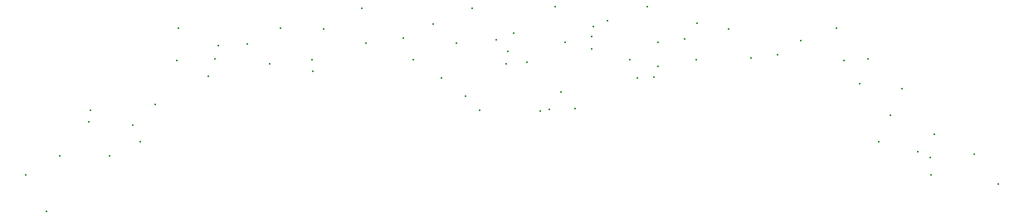
<source format=gbr>
%TF.GenerationSoftware,KiCad,Pcbnew,8.0.4*%
%TF.CreationDate,2024-11-30T14:16:19+01:00*%
%TF.ProjectId,Sensor_PCB,53656e73-6f72-45f5-9043-422e6b696361,rev?*%
%TF.SameCoordinates,Original*%
%TF.FileFunction,Plated,1,4,PTH,Drill*%
%TF.FilePolarity,Positive*%
%FSLAX46Y46*%
G04 Gerber Fmt 4.6, Leading zero omitted, Abs format (unit mm)*
G04 Created by KiCad (PCBNEW 8.0.4) date 2024-11-30 14:16:19*
%MOMM*%
%LPD*%
G01*
G04 APERTURE LIST*
%TA.AperFunction,ViaDrill*%
%ADD10C,0.300000*%
%TD*%
G04 APERTURE END LIST*
D10*
X63800000Y-64500000D03*
X65900000Y-68200000D03*
X67300000Y-62500000D03*
X70200000Y-59100000D03*
X70400000Y-57900000D03*
X72300000Y-62500000D03*
X74700000Y-59400000D03*
X75500000Y-61100000D03*
X77000000Y-57300000D03*
X79200000Y-52800000D03*
X79400000Y-49500000D03*
X82400000Y-54400000D03*
X83100000Y-52600000D03*
X83400000Y-51300000D03*
X86400000Y-51100000D03*
X88700000Y-53100000D03*
X89800000Y-49500000D03*
X93000000Y-52700000D03*
X93100000Y-53900000D03*
X94200000Y-49600000D03*
X98100000Y-47500000D03*
X98500000Y-51000000D03*
X102300000Y-50500000D03*
X103300000Y-52700000D03*
X105400000Y-49100000D03*
X106200000Y-54600000D03*
X107700000Y-51000000D03*
X108625000Y-56400000D03*
X109300000Y-47500000D03*
X110100000Y-57900000D03*
X111800000Y-50700000D03*
X112800000Y-53100000D03*
X113000000Y-51900000D03*
X113600000Y-50000000D03*
X114900000Y-53000000D03*
X116300000Y-58000000D03*
X117250000Y-57800000D03*
X117800000Y-47250000D03*
X118400000Y-56000000D03*
X118800000Y-50900000D03*
X119800000Y-57700000D03*
X121500000Y-50300000D03*
X121500000Y-51600000D03*
X121700000Y-49300000D03*
X123100000Y-48700000D03*
X125400000Y-52706980D03*
X126200000Y-54600000D03*
X127200000Y-47250000D03*
X127900000Y-54500000D03*
X128300000Y-50900000D03*
X128300000Y-53400000D03*
X131000000Y-50600000D03*
X132200000Y-52700000D03*
X132300000Y-49000000D03*
X135500000Y-49600000D03*
X137800000Y-52500000D03*
X140500000Y-52200000D03*
X142900000Y-50800000D03*
X146500000Y-49500000D03*
X147300000Y-52800000D03*
X148900000Y-55200000D03*
X149700000Y-52600000D03*
X150800000Y-61100000D03*
X152014492Y-58414492D03*
X153200000Y-55700000D03*
X154800000Y-62100000D03*
X156100000Y-62700000D03*
X156200000Y-64500000D03*
X156500000Y-60300000D03*
X160600000Y-62400000D03*
X163000000Y-65400000D03*
M02*

</source>
